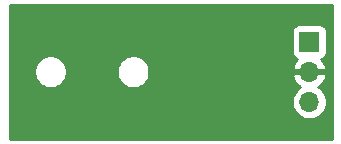
<source format=gbr>
%TF.GenerationSoftware,KiCad,Pcbnew,(5.1.9)-1*%
%TF.CreationDate,2022-01-05T12:10:33+01:00*%
%TF.ProjectId,WLED_AudioJackAdapter,574c4544-5f41-4756-9469-6f4a61636b41,rev?*%
%TF.SameCoordinates,Original*%
%TF.FileFunction,Copper,L2,Bot*%
%TF.FilePolarity,Positive*%
%FSLAX46Y46*%
G04 Gerber Fmt 4.6, Leading zero omitted, Abs format (unit mm)*
G04 Created by KiCad (PCBNEW (5.1.9)-1) date 2022-01-05 12:10:33*
%MOMM*%
%LPD*%
G01*
G04 APERTURE LIST*
%TA.AperFunction,ComponentPad*%
%ADD10O,1.700000X1.700000*%
%TD*%
%TA.AperFunction,ComponentPad*%
%ADD11R,1.700000X1.700000*%
%TD*%
%TA.AperFunction,Conductor*%
%ADD12C,0.254000*%
%TD*%
%TA.AperFunction,Conductor*%
%ADD13C,0.100000*%
%TD*%
G04 APERTURE END LIST*
D10*
%TO.P,J2,3*%
%TO.N,+3V3*%
X149860000Y-84455000D03*
%TO.P,J2,2*%
%TO.N,GND*%
X149860000Y-81915000D03*
D11*
%TO.P,J2,1*%
%TO.N,ADC*%
X149860000Y-79375000D03*
%TD*%
D12*
%TO.N,GND*%
X151739513Y-76225666D02*
X151740000Y-76230301D01*
X151740001Y-87597715D01*
X151739335Y-87604513D01*
X151734699Y-87605000D01*
X124492275Y-87605000D01*
X124485487Y-87604335D01*
X124485000Y-87599699D01*
X124485000Y-84308740D01*
X148375000Y-84308740D01*
X148375000Y-84601260D01*
X148432068Y-84888158D01*
X148544010Y-85158411D01*
X148706525Y-85401632D01*
X148913368Y-85608475D01*
X149156589Y-85770990D01*
X149426842Y-85882932D01*
X149713740Y-85940000D01*
X150006260Y-85940000D01*
X150293158Y-85882932D01*
X150563411Y-85770990D01*
X150806632Y-85608475D01*
X151013475Y-85401632D01*
X151175990Y-85158411D01*
X151287932Y-84888158D01*
X151345000Y-84601260D01*
X151345000Y-84308740D01*
X151287932Y-84021842D01*
X151175990Y-83751589D01*
X151013475Y-83508368D01*
X150806632Y-83301525D01*
X150624466Y-83179805D01*
X150741355Y-83110178D01*
X150957588Y-82915269D01*
X151131641Y-82681920D01*
X151256825Y-82419099D01*
X151301476Y-82271890D01*
X151180155Y-82042000D01*
X149987000Y-82042000D01*
X149987000Y-82062000D01*
X149733000Y-82062000D01*
X149733000Y-82042000D01*
X148539845Y-82042000D01*
X148418524Y-82271890D01*
X148463175Y-82419099D01*
X148588359Y-82681920D01*
X148762412Y-82915269D01*
X148978645Y-83110178D01*
X149095534Y-83179805D01*
X148913368Y-83301525D01*
X148706525Y-83508368D01*
X148544010Y-83751589D01*
X148432068Y-84021842D01*
X148375000Y-84308740D01*
X124485000Y-84308740D01*
X124485000Y-81778589D01*
X126555000Y-81778589D01*
X126555000Y-82051411D01*
X126608225Y-82318989D01*
X126712629Y-82571043D01*
X126864201Y-82797886D01*
X127057114Y-82990799D01*
X127283957Y-83142371D01*
X127536011Y-83246775D01*
X127803589Y-83300000D01*
X128076411Y-83300000D01*
X128343989Y-83246775D01*
X128596043Y-83142371D01*
X128822886Y-82990799D01*
X129015799Y-82797886D01*
X129167371Y-82571043D01*
X129271775Y-82318989D01*
X129325000Y-82051411D01*
X129325000Y-81778589D01*
X133555000Y-81778589D01*
X133555000Y-82051411D01*
X133608225Y-82318989D01*
X133712629Y-82571043D01*
X133864201Y-82797886D01*
X134057114Y-82990799D01*
X134283957Y-83142371D01*
X134536011Y-83246775D01*
X134803589Y-83300000D01*
X135076411Y-83300000D01*
X135343989Y-83246775D01*
X135596043Y-83142371D01*
X135822886Y-82990799D01*
X136015799Y-82797886D01*
X136167371Y-82571043D01*
X136271775Y-82318989D01*
X136325000Y-82051411D01*
X136325000Y-81778589D01*
X136271775Y-81511011D01*
X136167371Y-81258957D01*
X136015799Y-81032114D01*
X135822886Y-80839201D01*
X135596043Y-80687629D01*
X135343989Y-80583225D01*
X135076411Y-80530000D01*
X134803589Y-80530000D01*
X134536011Y-80583225D01*
X134283957Y-80687629D01*
X134057114Y-80839201D01*
X133864201Y-81032114D01*
X133712629Y-81258957D01*
X133608225Y-81511011D01*
X133555000Y-81778589D01*
X129325000Y-81778589D01*
X129271775Y-81511011D01*
X129167371Y-81258957D01*
X129015799Y-81032114D01*
X128822886Y-80839201D01*
X128596043Y-80687629D01*
X128343989Y-80583225D01*
X128076411Y-80530000D01*
X127803589Y-80530000D01*
X127536011Y-80583225D01*
X127283957Y-80687629D01*
X127057114Y-80839201D01*
X126864201Y-81032114D01*
X126712629Y-81258957D01*
X126608225Y-81511011D01*
X126555000Y-81778589D01*
X124485000Y-81778589D01*
X124485000Y-78525000D01*
X148371928Y-78525000D01*
X148371928Y-80225000D01*
X148384188Y-80349482D01*
X148420498Y-80469180D01*
X148479463Y-80579494D01*
X148558815Y-80676185D01*
X148655506Y-80755537D01*
X148765820Y-80814502D01*
X148846466Y-80838966D01*
X148762412Y-80914731D01*
X148588359Y-81148080D01*
X148463175Y-81410901D01*
X148418524Y-81558110D01*
X148539845Y-81788000D01*
X149733000Y-81788000D01*
X149733000Y-81768000D01*
X149987000Y-81768000D01*
X149987000Y-81788000D01*
X151180155Y-81788000D01*
X151301476Y-81558110D01*
X151256825Y-81410901D01*
X151131641Y-81148080D01*
X150957588Y-80914731D01*
X150873534Y-80838966D01*
X150954180Y-80814502D01*
X151064494Y-80755537D01*
X151161185Y-80676185D01*
X151240537Y-80579494D01*
X151299502Y-80469180D01*
X151335812Y-80349482D01*
X151348072Y-80225000D01*
X151348072Y-78525000D01*
X151335812Y-78400518D01*
X151299502Y-78280820D01*
X151240537Y-78170506D01*
X151161185Y-78073815D01*
X151064494Y-77994463D01*
X150954180Y-77935498D01*
X150834482Y-77899188D01*
X150710000Y-77886928D01*
X149010000Y-77886928D01*
X148885518Y-77899188D01*
X148765820Y-77935498D01*
X148655506Y-77994463D01*
X148558815Y-78073815D01*
X148479463Y-78170506D01*
X148420498Y-78280820D01*
X148384188Y-78400518D01*
X148371928Y-78525000D01*
X124485000Y-78525000D01*
X124485000Y-76232275D01*
X124485666Y-76225487D01*
X124490301Y-76225000D01*
X151732725Y-76225000D01*
X151739513Y-76225666D01*
%TA.AperFunction,Conductor*%
D13*
G36*
X151739513Y-76225666D02*
G01*
X151740000Y-76230301D01*
X151740001Y-87597715D01*
X151739335Y-87604513D01*
X151734699Y-87605000D01*
X124492275Y-87605000D01*
X124485487Y-87604335D01*
X124485000Y-87599699D01*
X124485000Y-84308740D01*
X148375000Y-84308740D01*
X148375000Y-84601260D01*
X148432068Y-84888158D01*
X148544010Y-85158411D01*
X148706525Y-85401632D01*
X148913368Y-85608475D01*
X149156589Y-85770990D01*
X149426842Y-85882932D01*
X149713740Y-85940000D01*
X150006260Y-85940000D01*
X150293158Y-85882932D01*
X150563411Y-85770990D01*
X150806632Y-85608475D01*
X151013475Y-85401632D01*
X151175990Y-85158411D01*
X151287932Y-84888158D01*
X151345000Y-84601260D01*
X151345000Y-84308740D01*
X151287932Y-84021842D01*
X151175990Y-83751589D01*
X151013475Y-83508368D01*
X150806632Y-83301525D01*
X150624466Y-83179805D01*
X150741355Y-83110178D01*
X150957588Y-82915269D01*
X151131641Y-82681920D01*
X151256825Y-82419099D01*
X151301476Y-82271890D01*
X151180155Y-82042000D01*
X149987000Y-82042000D01*
X149987000Y-82062000D01*
X149733000Y-82062000D01*
X149733000Y-82042000D01*
X148539845Y-82042000D01*
X148418524Y-82271890D01*
X148463175Y-82419099D01*
X148588359Y-82681920D01*
X148762412Y-82915269D01*
X148978645Y-83110178D01*
X149095534Y-83179805D01*
X148913368Y-83301525D01*
X148706525Y-83508368D01*
X148544010Y-83751589D01*
X148432068Y-84021842D01*
X148375000Y-84308740D01*
X124485000Y-84308740D01*
X124485000Y-81778589D01*
X126555000Y-81778589D01*
X126555000Y-82051411D01*
X126608225Y-82318989D01*
X126712629Y-82571043D01*
X126864201Y-82797886D01*
X127057114Y-82990799D01*
X127283957Y-83142371D01*
X127536011Y-83246775D01*
X127803589Y-83300000D01*
X128076411Y-83300000D01*
X128343989Y-83246775D01*
X128596043Y-83142371D01*
X128822886Y-82990799D01*
X129015799Y-82797886D01*
X129167371Y-82571043D01*
X129271775Y-82318989D01*
X129325000Y-82051411D01*
X129325000Y-81778589D01*
X133555000Y-81778589D01*
X133555000Y-82051411D01*
X133608225Y-82318989D01*
X133712629Y-82571043D01*
X133864201Y-82797886D01*
X134057114Y-82990799D01*
X134283957Y-83142371D01*
X134536011Y-83246775D01*
X134803589Y-83300000D01*
X135076411Y-83300000D01*
X135343989Y-83246775D01*
X135596043Y-83142371D01*
X135822886Y-82990799D01*
X136015799Y-82797886D01*
X136167371Y-82571043D01*
X136271775Y-82318989D01*
X136325000Y-82051411D01*
X136325000Y-81778589D01*
X136271775Y-81511011D01*
X136167371Y-81258957D01*
X136015799Y-81032114D01*
X135822886Y-80839201D01*
X135596043Y-80687629D01*
X135343989Y-80583225D01*
X135076411Y-80530000D01*
X134803589Y-80530000D01*
X134536011Y-80583225D01*
X134283957Y-80687629D01*
X134057114Y-80839201D01*
X133864201Y-81032114D01*
X133712629Y-81258957D01*
X133608225Y-81511011D01*
X133555000Y-81778589D01*
X129325000Y-81778589D01*
X129271775Y-81511011D01*
X129167371Y-81258957D01*
X129015799Y-81032114D01*
X128822886Y-80839201D01*
X128596043Y-80687629D01*
X128343989Y-80583225D01*
X128076411Y-80530000D01*
X127803589Y-80530000D01*
X127536011Y-80583225D01*
X127283957Y-80687629D01*
X127057114Y-80839201D01*
X126864201Y-81032114D01*
X126712629Y-81258957D01*
X126608225Y-81511011D01*
X126555000Y-81778589D01*
X124485000Y-81778589D01*
X124485000Y-78525000D01*
X148371928Y-78525000D01*
X148371928Y-80225000D01*
X148384188Y-80349482D01*
X148420498Y-80469180D01*
X148479463Y-80579494D01*
X148558815Y-80676185D01*
X148655506Y-80755537D01*
X148765820Y-80814502D01*
X148846466Y-80838966D01*
X148762412Y-80914731D01*
X148588359Y-81148080D01*
X148463175Y-81410901D01*
X148418524Y-81558110D01*
X148539845Y-81788000D01*
X149733000Y-81788000D01*
X149733000Y-81768000D01*
X149987000Y-81768000D01*
X149987000Y-81788000D01*
X151180155Y-81788000D01*
X151301476Y-81558110D01*
X151256825Y-81410901D01*
X151131641Y-81148080D01*
X150957588Y-80914731D01*
X150873534Y-80838966D01*
X150954180Y-80814502D01*
X151064494Y-80755537D01*
X151161185Y-80676185D01*
X151240537Y-80579494D01*
X151299502Y-80469180D01*
X151335812Y-80349482D01*
X151348072Y-80225000D01*
X151348072Y-78525000D01*
X151335812Y-78400518D01*
X151299502Y-78280820D01*
X151240537Y-78170506D01*
X151161185Y-78073815D01*
X151064494Y-77994463D01*
X150954180Y-77935498D01*
X150834482Y-77899188D01*
X150710000Y-77886928D01*
X149010000Y-77886928D01*
X148885518Y-77899188D01*
X148765820Y-77935498D01*
X148655506Y-77994463D01*
X148558815Y-78073815D01*
X148479463Y-78170506D01*
X148420498Y-78280820D01*
X148384188Y-78400518D01*
X148371928Y-78525000D01*
X124485000Y-78525000D01*
X124485000Y-76232275D01*
X124485666Y-76225487D01*
X124490301Y-76225000D01*
X151732725Y-76225000D01*
X151739513Y-76225666D01*
G37*
%TD.AperFunction*%
%TD*%
M02*

</source>
